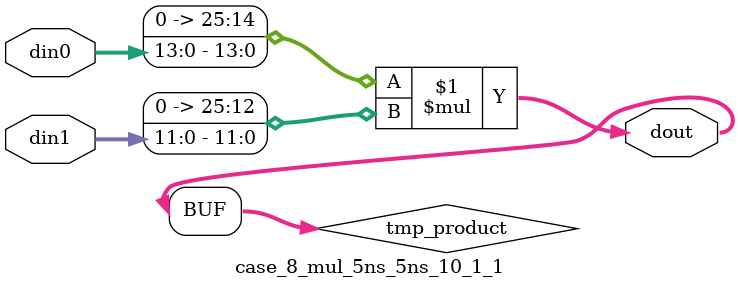
<source format=v>

`timescale 1 ns / 1 ps

 (* use_dsp = "no" *)  module case_8_mul_5ns_5ns_10_1_1(din0, din1, dout);
parameter ID = 1;
parameter NUM_STAGE = 0;
parameter din0_WIDTH = 14;
parameter din1_WIDTH = 12;
parameter dout_WIDTH = 26;

input [din0_WIDTH - 1 : 0] din0; 
input [din1_WIDTH - 1 : 0] din1; 
output [dout_WIDTH - 1 : 0] dout;

wire signed [dout_WIDTH - 1 : 0] tmp_product;
























assign tmp_product = $signed({1'b0, din0}) * $signed({1'b0, din1});











assign dout = tmp_product;





















endmodule

</source>
